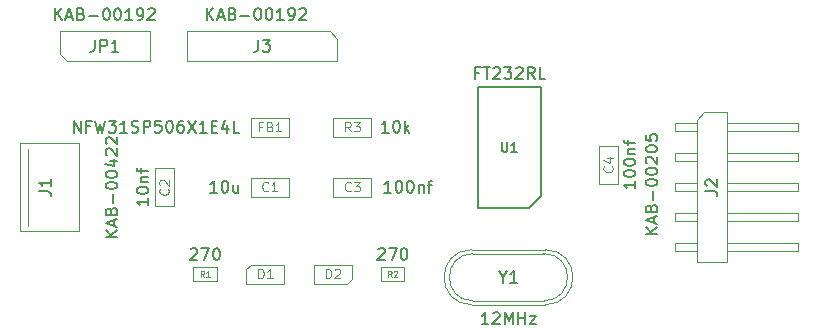
<source format=gbr>
%TF.GenerationSoftware,KiCad,Pcbnew,5.1.6-c6e7f7d~86~ubuntu18.04.1*%
%TF.CreationDate,2020-05-25T18:48:25+02:00*%
%TF.ProjectId,ft232rl_converter_v2,66743233-3272-46c5-9f63-6f6e76657274,1.0*%
%TF.SameCoordinates,PX4d83c00PY525bfc0*%
%TF.FileFunction,Other,Fab,Top*%
%FSLAX46Y46*%
G04 Gerber Fmt 4.6, Leading zero omitted, Abs format (unit mm)*
G04 Created by KiCad (PCBNEW 5.1.6-c6e7f7d~86~ubuntu18.04.1) date 2020-05-25 18:48:25*
%MOMM*%
%LPD*%
G01*
G04 APERTURE LIST*
%ADD10C,0.100000*%
%ADD11C,0.150000*%
%ADD12C,0.120000*%
%ADD13C,0.080000*%
G04 APERTURE END LIST*
D10*
%TO.C,J1*%
X-810000Y8950000D02*
X-810000Y16450000D01*
X4190000Y8950000D02*
X-810000Y8950000D01*
X4190000Y16450000D02*
X4190000Y8950000D01*
X-810000Y16450000D02*
X4190000Y16450000D01*
X-110000Y15950000D02*
X-110000Y9450000D01*
%TO.C,C1*%
X21920000Y13500000D02*
X21920000Y11900000D01*
X21920000Y11900000D02*
X18720000Y11900000D01*
X18720000Y11900000D02*
X18720000Y13500000D01*
X18720000Y13500000D02*
X21920000Y13500000D01*
%TO.C,C2*%
X10630000Y14300000D02*
X12230000Y14300000D01*
X12230000Y14300000D02*
X12230000Y11100000D01*
X12230000Y11100000D02*
X10630000Y11100000D01*
X10630000Y11100000D02*
X10630000Y14300000D01*
%TO.C,C3*%
X25705000Y11900000D02*
X25705000Y13500000D01*
X25705000Y13500000D02*
X28905000Y13500000D01*
X28905000Y13500000D02*
X28905000Y11900000D01*
X28905000Y11900000D02*
X25705000Y11900000D01*
%TO.C,C4*%
X49822000Y13005000D02*
X48222000Y13005000D01*
X48222000Y13005000D02*
X48222000Y16205000D01*
X48222000Y16205000D02*
X49822000Y16205000D01*
X49822000Y16205000D02*
X49822000Y13005000D01*
%TO.C,D1*%
X21539000Y6134000D02*
X18739000Y6134000D01*
X18739000Y6134000D02*
X18339000Y5734000D01*
X18339000Y5734000D02*
X18339000Y4534000D01*
X18339000Y4534000D02*
X21539000Y4534000D01*
X21539000Y4534000D02*
X21539000Y6134000D01*
%TO.C,D2*%
X24054000Y4534000D02*
X26854000Y4534000D01*
X26854000Y4534000D02*
X27254000Y4934000D01*
X27254000Y4934000D02*
X27254000Y6134000D01*
X27254000Y6134000D02*
X24054000Y6134000D01*
X24054000Y6134000D02*
X24054000Y4534000D01*
%TO.C,FB1*%
X21920000Y18580000D02*
X21920000Y16980000D01*
X21920000Y16980000D02*
X18720000Y16980000D01*
X18720000Y16980000D02*
X18720000Y18580000D01*
X18720000Y18580000D02*
X21920000Y18580000D01*
%TO.C,J2*%
X57126000Y19050000D02*
X59031000Y19050000D01*
X59031000Y19050000D02*
X59031000Y6350000D01*
X59031000Y6350000D02*
X56491000Y6350000D01*
X56491000Y6350000D02*
X56491000Y18415000D01*
X56491000Y18415000D02*
X57126000Y19050000D01*
X54671000Y18100000D02*
X56491000Y18100000D01*
X54671000Y18100000D02*
X54671000Y17460000D01*
X54671000Y17460000D02*
X56491000Y17460000D01*
X59031000Y18100000D02*
X65031000Y18100000D01*
X65031000Y18100000D02*
X65031000Y17460000D01*
X59031000Y17460000D02*
X65031000Y17460000D01*
X54671000Y15560000D02*
X56491000Y15560000D01*
X54671000Y15560000D02*
X54671000Y14920000D01*
X54671000Y14920000D02*
X56491000Y14920000D01*
X59031000Y15560000D02*
X65031000Y15560000D01*
X65031000Y15560000D02*
X65031000Y14920000D01*
X59031000Y14920000D02*
X65031000Y14920000D01*
X54671000Y13020000D02*
X56491000Y13020000D01*
X54671000Y13020000D02*
X54671000Y12380000D01*
X54671000Y12380000D02*
X56491000Y12380000D01*
X59031000Y13020000D02*
X65031000Y13020000D01*
X65031000Y13020000D02*
X65031000Y12380000D01*
X59031000Y12380000D02*
X65031000Y12380000D01*
X54671000Y10480000D02*
X56491000Y10480000D01*
X54671000Y10480000D02*
X54671000Y9840000D01*
X54671000Y9840000D02*
X56491000Y9840000D01*
X59031000Y10480000D02*
X65031000Y10480000D01*
X65031000Y10480000D02*
X65031000Y9840000D01*
X59031000Y9840000D02*
X65031000Y9840000D01*
X54671000Y7940000D02*
X56491000Y7940000D01*
X54671000Y7940000D02*
X54671000Y7300000D01*
X54671000Y7300000D02*
X56491000Y7300000D01*
X59031000Y7940000D02*
X65031000Y7940000D01*
X65031000Y7940000D02*
X65031000Y7300000D01*
X59031000Y7300000D02*
X65031000Y7300000D01*
%TO.C,J3*%
X26035000Y25273000D02*
X26035000Y23368000D01*
X26035000Y23368000D02*
X13335000Y23368000D01*
X13335000Y23368000D02*
X13335000Y25908000D01*
X13335000Y25908000D02*
X25400000Y25908000D01*
X25400000Y25908000D02*
X26035000Y25273000D01*
%TO.C,JP1*%
X2540000Y24003000D02*
X2540000Y25908000D01*
X2540000Y25908000D02*
X10160000Y25908000D01*
X10160000Y25908000D02*
X10160000Y23368000D01*
X10160000Y23368000D02*
X3175000Y23368000D01*
X3175000Y23368000D02*
X2540000Y24003000D01*
%TO.C,R1*%
X15859000Y5934000D02*
X15859000Y4734000D01*
X15859000Y4734000D02*
X13859000Y4734000D01*
X13859000Y4734000D02*
X13859000Y5934000D01*
X13859000Y5934000D02*
X15859000Y5934000D01*
%TO.C,R2*%
X29734000Y4734000D02*
X29734000Y5934000D01*
X29734000Y5934000D02*
X31734000Y5934000D01*
X31734000Y5934000D02*
X31734000Y4734000D01*
X31734000Y4734000D02*
X29734000Y4734000D01*
%TO.C,R3*%
X25705000Y16980000D02*
X25705000Y18580000D01*
X25705000Y18580000D02*
X28905000Y18580000D01*
X28905000Y18580000D02*
X28905000Y16980000D01*
X28905000Y16980000D02*
X25705000Y16980000D01*
D11*
%TO.C,U1*%
X42255000Y10965000D02*
X37955000Y10965000D01*
X37955000Y10965000D02*
X37955000Y21165000D01*
X37955000Y21165000D02*
X43255000Y21165000D01*
X43255000Y21165000D02*
X43255000Y11965000D01*
X43255000Y11965000D02*
X42255000Y10965000D01*
D10*
%TO.C,Y1*%
X37415000Y7405000D02*
X43665000Y7405000D01*
X37415000Y2755000D02*
X43665000Y2755000D01*
X37540000Y7080000D02*
X43540000Y7080000D01*
X37540000Y3080000D02*
X43540000Y3080000D01*
X43540000Y3080000D02*
G75*
G03*
X43540000Y7080000I0J2000000D01*
G01*
X37540000Y3080000D02*
G75*
G02*
X37540000Y7080000I0J2000000D01*
G01*
X43665000Y2755000D02*
G75*
G03*
X43665000Y7405000I0J2325000D01*
G01*
X37415000Y2755000D02*
G75*
G02*
X37415000Y7405000I0J2325000D01*
G01*
%TD*%
%TO.C,J1*%
D11*
X7437380Y8509524D02*
X6437380Y8509524D01*
X7437380Y9080953D02*
X6865952Y8652381D01*
X6437380Y9080953D02*
X7008809Y8509524D01*
X7151666Y9461905D02*
X7151666Y9938096D01*
X7437380Y9366667D02*
X6437380Y9700000D01*
X7437380Y10033334D01*
X6913571Y10700000D02*
X6961190Y10842858D01*
X7008809Y10890477D01*
X7104047Y10938096D01*
X7246904Y10938096D01*
X7342142Y10890477D01*
X7389761Y10842858D01*
X7437380Y10747620D01*
X7437380Y10366667D01*
X6437380Y10366667D01*
X6437380Y10700000D01*
X6485000Y10795239D01*
X6532619Y10842858D01*
X6627857Y10890477D01*
X6723095Y10890477D01*
X6818333Y10842858D01*
X6865952Y10795239D01*
X6913571Y10700000D01*
X6913571Y10366667D01*
X7056428Y11366667D02*
X7056428Y12128572D01*
X6437380Y12795239D02*
X6437380Y12890477D01*
X6485000Y12985715D01*
X6532619Y13033334D01*
X6627857Y13080953D01*
X6818333Y13128572D01*
X7056428Y13128572D01*
X7246904Y13080953D01*
X7342142Y13033334D01*
X7389761Y12985715D01*
X7437380Y12890477D01*
X7437380Y12795239D01*
X7389761Y12700000D01*
X7342142Y12652381D01*
X7246904Y12604762D01*
X7056428Y12557143D01*
X6818333Y12557143D01*
X6627857Y12604762D01*
X6532619Y12652381D01*
X6485000Y12700000D01*
X6437380Y12795239D01*
X6437380Y13747620D02*
X6437380Y13842858D01*
X6485000Y13938096D01*
X6532619Y13985715D01*
X6627857Y14033334D01*
X6818333Y14080953D01*
X7056428Y14080953D01*
X7246904Y14033334D01*
X7342142Y13985715D01*
X7389761Y13938096D01*
X7437380Y13842858D01*
X7437380Y13747620D01*
X7389761Y13652381D01*
X7342142Y13604762D01*
X7246904Y13557143D01*
X7056428Y13509524D01*
X6818333Y13509524D01*
X6627857Y13557143D01*
X6532619Y13604762D01*
X6485000Y13652381D01*
X6437380Y13747620D01*
X6770714Y14938096D02*
X7437380Y14938096D01*
X6389761Y14700000D02*
X7104047Y14461905D01*
X7104047Y15080953D01*
X6532619Y15414286D02*
X6485000Y15461905D01*
X6437380Y15557143D01*
X6437380Y15795239D01*
X6485000Y15890477D01*
X6532619Y15938096D01*
X6627857Y15985715D01*
X6723095Y15985715D01*
X6865952Y15938096D01*
X7437380Y15366667D01*
X7437380Y15985715D01*
X6532619Y16366667D02*
X6485000Y16414286D01*
X6437380Y16509524D01*
X6437380Y16747620D01*
X6485000Y16842858D01*
X6532619Y16890477D01*
X6627857Y16938096D01*
X6723095Y16938096D01*
X6865952Y16890477D01*
X7437380Y16319048D01*
X7437380Y16938096D01*
X792380Y12366667D02*
X1506666Y12366667D01*
X1649523Y12319048D01*
X1744761Y12223810D01*
X1792380Y12080953D01*
X1792380Y11985715D01*
X1792380Y13366667D02*
X1792380Y12795239D01*
X1792380Y13080953D02*
X792380Y13080953D01*
X935238Y12985715D01*
X1030476Y12890477D01*
X1078095Y12795239D01*
%TO.C,C1*%
X15867142Y12247620D02*
X15295714Y12247620D01*
X15581428Y12247620D02*
X15581428Y13247620D01*
X15486190Y13104762D01*
X15390952Y13009524D01*
X15295714Y12961905D01*
X16486190Y13247620D02*
X16581428Y13247620D01*
X16676666Y13200000D01*
X16724285Y13152381D01*
X16771904Y13057143D01*
X16819523Y12866667D01*
X16819523Y12628572D01*
X16771904Y12438096D01*
X16724285Y12342858D01*
X16676666Y12295239D01*
X16581428Y12247620D01*
X16486190Y12247620D01*
X16390952Y12295239D01*
X16343333Y12342858D01*
X16295714Y12438096D01*
X16248095Y12628572D01*
X16248095Y12866667D01*
X16295714Y13057143D01*
X16343333Y13152381D01*
X16390952Y13200000D01*
X16486190Y13247620D01*
X17676666Y12914286D02*
X17676666Y12247620D01*
X17248095Y12914286D02*
X17248095Y12390477D01*
X17295714Y12295239D01*
X17390952Y12247620D01*
X17533809Y12247620D01*
X17629047Y12295239D01*
X17676666Y12342858D01*
D12*
X20186666Y12414286D02*
X20148571Y12376191D01*
X20034285Y12338096D01*
X19958095Y12338096D01*
X19843809Y12376191D01*
X19767619Y12452381D01*
X19729523Y12528572D01*
X19691428Y12680953D01*
X19691428Y12795239D01*
X19729523Y12947620D01*
X19767619Y13023810D01*
X19843809Y13100000D01*
X19958095Y13138096D01*
X20034285Y13138096D01*
X20148571Y13100000D01*
X20186666Y13061905D01*
X20948571Y12338096D02*
X20491428Y12338096D01*
X20720000Y12338096D02*
X20720000Y13138096D01*
X20643809Y13023810D01*
X20567619Y12947620D01*
X20491428Y12909524D01*
%TO.C,C2*%
D11*
X10062380Y11771429D02*
X10062380Y11200000D01*
X10062380Y11485715D02*
X9062380Y11485715D01*
X9205238Y11390477D01*
X9300476Y11295239D01*
X9348095Y11200000D01*
X9062380Y12390477D02*
X9062380Y12485715D01*
X9110000Y12580953D01*
X9157619Y12628572D01*
X9252857Y12676191D01*
X9443333Y12723810D01*
X9681428Y12723810D01*
X9871904Y12676191D01*
X9967142Y12628572D01*
X10014761Y12580953D01*
X10062380Y12485715D01*
X10062380Y12390477D01*
X10014761Y12295239D01*
X9967142Y12247620D01*
X9871904Y12200000D01*
X9681428Y12152381D01*
X9443333Y12152381D01*
X9252857Y12200000D01*
X9157619Y12247620D01*
X9110000Y12295239D01*
X9062380Y12390477D01*
X9395714Y13152381D02*
X10062380Y13152381D01*
X9490952Y13152381D02*
X9443333Y13200000D01*
X9395714Y13295239D01*
X9395714Y13438096D01*
X9443333Y13533334D01*
X9538571Y13580953D01*
X10062380Y13580953D01*
X9395714Y13914286D02*
X9395714Y14295239D01*
X10062380Y14057143D02*
X9205238Y14057143D01*
X9110000Y14104762D01*
X9062380Y14200000D01*
X9062380Y14295239D01*
D12*
X11715714Y12566667D02*
X11753809Y12528572D01*
X11791904Y12414286D01*
X11791904Y12338096D01*
X11753809Y12223810D01*
X11677619Y12147620D01*
X11601428Y12109524D01*
X11449047Y12071429D01*
X11334761Y12071429D01*
X11182380Y12109524D01*
X11106190Y12147620D01*
X11030000Y12223810D01*
X10991904Y12338096D01*
X10991904Y12414286D01*
X11030000Y12528572D01*
X11068095Y12566667D01*
X11068095Y12871429D02*
X11030000Y12909524D01*
X10991904Y12985715D01*
X10991904Y13176191D01*
X11030000Y13252381D01*
X11068095Y13290477D01*
X11144285Y13328572D01*
X11220476Y13328572D01*
X11334761Y13290477D01*
X11791904Y12833334D01*
X11791904Y13328572D01*
%TO.C,C3*%
D11*
X30599238Y12247620D02*
X30027809Y12247620D01*
X30313523Y12247620D02*
X30313523Y13247620D01*
X30218285Y13104762D01*
X30123047Y13009524D01*
X30027809Y12961905D01*
X31218285Y13247620D02*
X31313523Y13247620D01*
X31408761Y13200000D01*
X31456380Y13152381D01*
X31504000Y13057143D01*
X31551619Y12866667D01*
X31551619Y12628572D01*
X31504000Y12438096D01*
X31456380Y12342858D01*
X31408761Y12295239D01*
X31313523Y12247620D01*
X31218285Y12247620D01*
X31123047Y12295239D01*
X31075428Y12342858D01*
X31027809Y12438096D01*
X30980190Y12628572D01*
X30980190Y12866667D01*
X31027809Y13057143D01*
X31075428Y13152381D01*
X31123047Y13200000D01*
X31218285Y13247620D01*
X32170666Y13247620D02*
X32265904Y13247620D01*
X32361142Y13200000D01*
X32408761Y13152381D01*
X32456380Y13057143D01*
X32504000Y12866667D01*
X32504000Y12628572D01*
X32456380Y12438096D01*
X32408761Y12342858D01*
X32361142Y12295239D01*
X32265904Y12247620D01*
X32170666Y12247620D01*
X32075428Y12295239D01*
X32027809Y12342858D01*
X31980190Y12438096D01*
X31932571Y12628572D01*
X31932571Y12866667D01*
X31980190Y13057143D01*
X32027809Y13152381D01*
X32075428Y13200000D01*
X32170666Y13247620D01*
X32932571Y12914286D02*
X32932571Y12247620D01*
X32932571Y12819048D02*
X32980190Y12866667D01*
X33075428Y12914286D01*
X33218285Y12914286D01*
X33313523Y12866667D01*
X33361142Y12771429D01*
X33361142Y12247620D01*
X33694476Y12914286D02*
X34075428Y12914286D01*
X33837333Y12247620D02*
X33837333Y13104762D01*
X33884952Y13200000D01*
X33980190Y13247620D01*
X34075428Y13247620D01*
D12*
X27171666Y12414286D02*
X27133571Y12376191D01*
X27019285Y12338096D01*
X26943095Y12338096D01*
X26828809Y12376191D01*
X26752619Y12452381D01*
X26714523Y12528572D01*
X26676428Y12680953D01*
X26676428Y12795239D01*
X26714523Y12947620D01*
X26752619Y13023810D01*
X26828809Y13100000D01*
X26943095Y13138096D01*
X27019285Y13138096D01*
X27133571Y13100000D01*
X27171666Y13061905D01*
X27438333Y13138096D02*
X27933571Y13138096D01*
X27666904Y12833334D01*
X27781190Y12833334D01*
X27857380Y12795239D01*
X27895476Y12757143D01*
X27933571Y12680953D01*
X27933571Y12490477D01*
X27895476Y12414286D01*
X27857380Y12376191D01*
X27781190Y12338096D01*
X27552619Y12338096D01*
X27476428Y12376191D01*
X27438333Y12414286D01*
%TO.C,C4*%
D11*
X51294380Y13200239D02*
X51294380Y12628810D01*
X51294380Y12914524D02*
X50294380Y12914524D01*
X50437238Y12819286D01*
X50532476Y12724048D01*
X50580095Y12628810D01*
X50294380Y13819286D02*
X50294380Y13914524D01*
X50342000Y14009762D01*
X50389619Y14057381D01*
X50484857Y14105000D01*
X50675333Y14152620D01*
X50913428Y14152620D01*
X51103904Y14105000D01*
X51199142Y14057381D01*
X51246761Y14009762D01*
X51294380Y13914524D01*
X51294380Y13819286D01*
X51246761Y13724048D01*
X51199142Y13676429D01*
X51103904Y13628810D01*
X50913428Y13581191D01*
X50675333Y13581191D01*
X50484857Y13628810D01*
X50389619Y13676429D01*
X50342000Y13724048D01*
X50294380Y13819286D01*
X50294380Y14771667D02*
X50294380Y14866905D01*
X50342000Y14962143D01*
X50389619Y15009762D01*
X50484857Y15057381D01*
X50675333Y15105000D01*
X50913428Y15105000D01*
X51103904Y15057381D01*
X51199142Y15009762D01*
X51246761Y14962143D01*
X51294380Y14866905D01*
X51294380Y14771667D01*
X51246761Y14676429D01*
X51199142Y14628810D01*
X51103904Y14581191D01*
X50913428Y14533572D01*
X50675333Y14533572D01*
X50484857Y14581191D01*
X50389619Y14628810D01*
X50342000Y14676429D01*
X50294380Y14771667D01*
X50627714Y15533572D02*
X51294380Y15533572D01*
X50722952Y15533572D02*
X50675333Y15581191D01*
X50627714Y15676429D01*
X50627714Y15819286D01*
X50675333Y15914524D01*
X50770571Y15962143D01*
X51294380Y15962143D01*
X50627714Y16295477D02*
X50627714Y16676429D01*
X51294380Y16438334D02*
X50437238Y16438334D01*
X50342000Y16485953D01*
X50294380Y16581191D01*
X50294380Y16676429D01*
D12*
X49307714Y14471667D02*
X49345809Y14433572D01*
X49383904Y14319286D01*
X49383904Y14243096D01*
X49345809Y14128810D01*
X49269619Y14052620D01*
X49193428Y14014524D01*
X49041047Y13976429D01*
X48926761Y13976429D01*
X48774380Y14014524D01*
X48698190Y14052620D01*
X48622000Y14128810D01*
X48583904Y14243096D01*
X48583904Y14319286D01*
X48622000Y14433572D01*
X48660095Y14471667D01*
X48850571Y15157381D02*
X49383904Y15157381D01*
X48545809Y14966905D02*
X49117238Y14776429D01*
X49117238Y15271667D01*
%TO.C,D1*%
X19348523Y4972096D02*
X19348523Y5772096D01*
X19539000Y5772096D01*
X19653285Y5734000D01*
X19729476Y5657810D01*
X19767571Y5581620D01*
X19805666Y5429239D01*
X19805666Y5314953D01*
X19767571Y5162572D01*
X19729476Y5086381D01*
X19653285Y5010191D01*
X19539000Y4972096D01*
X19348523Y4972096D01*
X20567571Y4972096D02*
X20110428Y4972096D01*
X20339000Y4972096D02*
X20339000Y5772096D01*
X20262809Y5657810D01*
X20186619Y5581620D01*
X20110428Y5543524D01*
%TO.C,D2*%
X25063523Y4972096D02*
X25063523Y5772096D01*
X25254000Y5772096D01*
X25368285Y5734000D01*
X25444476Y5657810D01*
X25482571Y5581620D01*
X25520666Y5429239D01*
X25520666Y5314953D01*
X25482571Y5162572D01*
X25444476Y5086381D01*
X25368285Y5010191D01*
X25254000Y4972096D01*
X25063523Y4972096D01*
X25825428Y5695905D02*
X25863523Y5734000D01*
X25939714Y5772096D01*
X26130190Y5772096D01*
X26206380Y5734000D01*
X26244476Y5695905D01*
X26282571Y5619715D01*
X26282571Y5543524D01*
X26244476Y5429239D01*
X25787333Y4972096D01*
X26282571Y4972096D01*
%TO.C,FB1*%
D11*
X3739428Y17327620D02*
X3739428Y18327620D01*
X4310857Y17327620D01*
X4310857Y18327620D01*
X5120380Y17851429D02*
X4787047Y17851429D01*
X4787047Y17327620D02*
X4787047Y18327620D01*
X5263238Y18327620D01*
X5548952Y18327620D02*
X5787047Y17327620D01*
X5977523Y18041905D01*
X6168000Y17327620D01*
X6406095Y18327620D01*
X6691809Y18327620D02*
X7310857Y18327620D01*
X6977523Y17946667D01*
X7120380Y17946667D01*
X7215619Y17899048D01*
X7263238Y17851429D01*
X7310857Y17756191D01*
X7310857Y17518096D01*
X7263238Y17422858D01*
X7215619Y17375239D01*
X7120380Y17327620D01*
X6834666Y17327620D01*
X6739428Y17375239D01*
X6691809Y17422858D01*
X8263238Y17327620D02*
X7691809Y17327620D01*
X7977523Y17327620D02*
X7977523Y18327620D01*
X7882285Y18184762D01*
X7787047Y18089524D01*
X7691809Y18041905D01*
X8644190Y17375239D02*
X8787047Y17327620D01*
X9025142Y17327620D01*
X9120380Y17375239D01*
X9168000Y17422858D01*
X9215619Y17518096D01*
X9215619Y17613334D01*
X9168000Y17708572D01*
X9120380Y17756191D01*
X9025142Y17803810D01*
X8834666Y17851429D01*
X8739428Y17899048D01*
X8691809Y17946667D01*
X8644190Y18041905D01*
X8644190Y18137143D01*
X8691809Y18232381D01*
X8739428Y18280000D01*
X8834666Y18327620D01*
X9072761Y18327620D01*
X9215619Y18280000D01*
X9644190Y17327620D02*
X9644190Y18327620D01*
X10025142Y18327620D01*
X10120380Y18280000D01*
X10168000Y18232381D01*
X10215619Y18137143D01*
X10215619Y17994286D01*
X10168000Y17899048D01*
X10120380Y17851429D01*
X10025142Y17803810D01*
X9644190Y17803810D01*
X11120380Y18327620D02*
X10644190Y18327620D01*
X10596571Y17851429D01*
X10644190Y17899048D01*
X10739428Y17946667D01*
X10977523Y17946667D01*
X11072761Y17899048D01*
X11120380Y17851429D01*
X11168000Y17756191D01*
X11168000Y17518096D01*
X11120380Y17422858D01*
X11072761Y17375239D01*
X10977523Y17327620D01*
X10739428Y17327620D01*
X10644190Y17375239D01*
X10596571Y17422858D01*
X11787047Y18327620D02*
X11882285Y18327620D01*
X11977523Y18280000D01*
X12025142Y18232381D01*
X12072761Y18137143D01*
X12120380Y17946667D01*
X12120380Y17708572D01*
X12072761Y17518096D01*
X12025142Y17422858D01*
X11977523Y17375239D01*
X11882285Y17327620D01*
X11787047Y17327620D01*
X11691809Y17375239D01*
X11644190Y17422858D01*
X11596571Y17518096D01*
X11548952Y17708572D01*
X11548952Y17946667D01*
X11596571Y18137143D01*
X11644190Y18232381D01*
X11691809Y18280000D01*
X11787047Y18327620D01*
X12977523Y18327620D02*
X12787047Y18327620D01*
X12691809Y18280000D01*
X12644190Y18232381D01*
X12548952Y18089524D01*
X12501333Y17899048D01*
X12501333Y17518096D01*
X12548952Y17422858D01*
X12596571Y17375239D01*
X12691809Y17327620D01*
X12882285Y17327620D01*
X12977523Y17375239D01*
X13025142Y17422858D01*
X13072761Y17518096D01*
X13072761Y17756191D01*
X13025142Y17851429D01*
X12977523Y17899048D01*
X12882285Y17946667D01*
X12691809Y17946667D01*
X12596571Y17899048D01*
X12548952Y17851429D01*
X12501333Y17756191D01*
X13406095Y18327620D02*
X14072761Y17327620D01*
X14072761Y18327620D02*
X13406095Y17327620D01*
X14977523Y17327620D02*
X14406095Y17327620D01*
X14691809Y17327620D02*
X14691809Y18327620D01*
X14596571Y18184762D01*
X14501333Y18089524D01*
X14406095Y18041905D01*
X15406095Y17851429D02*
X15739428Y17851429D01*
X15882285Y17327620D02*
X15406095Y17327620D01*
X15406095Y18327620D01*
X15882285Y18327620D01*
X16739428Y17994286D02*
X16739428Y17327620D01*
X16501333Y18375239D02*
X16263238Y17660953D01*
X16882285Y17660953D01*
X17739428Y17327620D02*
X17263238Y17327620D01*
X17263238Y18327620D01*
D12*
X19653333Y17837143D02*
X19386666Y17837143D01*
X19386666Y17418096D02*
X19386666Y18218096D01*
X19767619Y18218096D01*
X20339047Y17837143D02*
X20453333Y17799048D01*
X20491428Y17760953D01*
X20529523Y17684762D01*
X20529523Y17570477D01*
X20491428Y17494286D01*
X20453333Y17456191D01*
X20377142Y17418096D01*
X20072380Y17418096D01*
X20072380Y18218096D01*
X20339047Y18218096D01*
X20415238Y18180000D01*
X20453333Y18141905D01*
X20491428Y18065715D01*
X20491428Y17989524D01*
X20453333Y17913334D01*
X20415238Y17875239D01*
X20339047Y17837143D01*
X20072380Y17837143D01*
X21291428Y17418096D02*
X20834285Y17418096D01*
X21062857Y17418096D02*
X21062857Y18218096D01*
X20986666Y18103810D01*
X20910476Y18027620D01*
X20834285Y17989524D01*
%TO.C,J2*%
D11*
X53157380Y8763524D02*
X52157380Y8763524D01*
X53157380Y9334953D02*
X52585952Y8906381D01*
X52157380Y9334953D02*
X52728809Y8763524D01*
X52871666Y9715905D02*
X52871666Y10192096D01*
X53157380Y9620667D02*
X52157380Y9954000D01*
X53157380Y10287334D01*
X52633571Y10954000D02*
X52681190Y11096858D01*
X52728809Y11144477D01*
X52824047Y11192096D01*
X52966904Y11192096D01*
X53062142Y11144477D01*
X53109761Y11096858D01*
X53157380Y11001620D01*
X53157380Y10620667D01*
X52157380Y10620667D01*
X52157380Y10954000D01*
X52205000Y11049239D01*
X52252619Y11096858D01*
X52347857Y11144477D01*
X52443095Y11144477D01*
X52538333Y11096858D01*
X52585952Y11049239D01*
X52633571Y10954000D01*
X52633571Y10620667D01*
X52776428Y11620667D02*
X52776428Y12382572D01*
X52157380Y13049239D02*
X52157380Y13144477D01*
X52205000Y13239715D01*
X52252619Y13287334D01*
X52347857Y13334953D01*
X52538333Y13382572D01*
X52776428Y13382572D01*
X52966904Y13334953D01*
X53062142Y13287334D01*
X53109761Y13239715D01*
X53157380Y13144477D01*
X53157380Y13049239D01*
X53109761Y12954000D01*
X53062142Y12906381D01*
X52966904Y12858762D01*
X52776428Y12811143D01*
X52538333Y12811143D01*
X52347857Y12858762D01*
X52252619Y12906381D01*
X52205000Y12954000D01*
X52157380Y13049239D01*
X52157380Y14001620D02*
X52157380Y14096858D01*
X52205000Y14192096D01*
X52252619Y14239715D01*
X52347857Y14287334D01*
X52538333Y14334953D01*
X52776428Y14334953D01*
X52966904Y14287334D01*
X53062142Y14239715D01*
X53109761Y14192096D01*
X53157380Y14096858D01*
X53157380Y14001620D01*
X53109761Y13906381D01*
X53062142Y13858762D01*
X52966904Y13811143D01*
X52776428Y13763524D01*
X52538333Y13763524D01*
X52347857Y13811143D01*
X52252619Y13858762D01*
X52205000Y13906381D01*
X52157380Y14001620D01*
X52252619Y14715905D02*
X52205000Y14763524D01*
X52157380Y14858762D01*
X52157380Y15096858D01*
X52205000Y15192096D01*
X52252619Y15239715D01*
X52347857Y15287334D01*
X52443095Y15287334D01*
X52585952Y15239715D01*
X53157380Y14668286D01*
X53157380Y15287334D01*
X52157380Y15906381D02*
X52157380Y16001620D01*
X52205000Y16096858D01*
X52252619Y16144477D01*
X52347857Y16192096D01*
X52538333Y16239715D01*
X52776428Y16239715D01*
X52966904Y16192096D01*
X53062142Y16144477D01*
X53109761Y16096858D01*
X53157380Y16001620D01*
X53157380Y15906381D01*
X53109761Y15811143D01*
X53062142Y15763524D01*
X52966904Y15715905D01*
X52776428Y15668286D01*
X52538333Y15668286D01*
X52347857Y15715905D01*
X52252619Y15763524D01*
X52205000Y15811143D01*
X52157380Y15906381D01*
X52157380Y17144477D02*
X52157380Y16668286D01*
X52633571Y16620667D01*
X52585952Y16668286D01*
X52538333Y16763524D01*
X52538333Y17001620D01*
X52585952Y17096858D01*
X52633571Y17144477D01*
X52728809Y17192096D01*
X52966904Y17192096D01*
X53062142Y17144477D01*
X53109761Y17096858D01*
X53157380Y17001620D01*
X53157380Y16763524D01*
X53109761Y16668286D01*
X53062142Y16620667D01*
X57213380Y12366667D02*
X57927666Y12366667D01*
X58070523Y12319048D01*
X58165761Y12223810D01*
X58213380Y12080953D01*
X58213380Y11985715D01*
X57308619Y12795239D02*
X57261000Y12842858D01*
X57213380Y12938096D01*
X57213380Y13176191D01*
X57261000Y13271429D01*
X57308619Y13319048D01*
X57403857Y13366667D01*
X57499095Y13366667D01*
X57641952Y13319048D01*
X58213380Y12747620D01*
X58213380Y13366667D01*
%TO.C,J3*%
X14986523Y26852620D02*
X14986523Y27852620D01*
X15557952Y26852620D02*
X15129380Y27424048D01*
X15557952Y27852620D02*
X14986523Y27281191D01*
X15938904Y27138334D02*
X16415095Y27138334D01*
X15843666Y26852620D02*
X16177000Y27852620D01*
X16510333Y26852620D01*
X17177000Y27376429D02*
X17319857Y27328810D01*
X17367476Y27281191D01*
X17415095Y27185953D01*
X17415095Y27043096D01*
X17367476Y26947858D01*
X17319857Y26900239D01*
X17224619Y26852620D01*
X16843666Y26852620D01*
X16843666Y27852620D01*
X17177000Y27852620D01*
X17272238Y27805000D01*
X17319857Y27757381D01*
X17367476Y27662143D01*
X17367476Y27566905D01*
X17319857Y27471667D01*
X17272238Y27424048D01*
X17177000Y27376429D01*
X16843666Y27376429D01*
X17843666Y27233572D02*
X18605571Y27233572D01*
X19272238Y27852620D02*
X19367476Y27852620D01*
X19462714Y27805000D01*
X19510333Y27757381D01*
X19557952Y27662143D01*
X19605571Y27471667D01*
X19605571Y27233572D01*
X19557952Y27043096D01*
X19510333Y26947858D01*
X19462714Y26900239D01*
X19367476Y26852620D01*
X19272238Y26852620D01*
X19177000Y26900239D01*
X19129380Y26947858D01*
X19081761Y27043096D01*
X19034142Y27233572D01*
X19034142Y27471667D01*
X19081761Y27662143D01*
X19129380Y27757381D01*
X19177000Y27805000D01*
X19272238Y27852620D01*
X20224619Y27852620D02*
X20319857Y27852620D01*
X20415095Y27805000D01*
X20462714Y27757381D01*
X20510333Y27662143D01*
X20557952Y27471667D01*
X20557952Y27233572D01*
X20510333Y27043096D01*
X20462714Y26947858D01*
X20415095Y26900239D01*
X20319857Y26852620D01*
X20224619Y26852620D01*
X20129380Y26900239D01*
X20081761Y26947858D01*
X20034142Y27043096D01*
X19986523Y27233572D01*
X19986523Y27471667D01*
X20034142Y27662143D01*
X20081761Y27757381D01*
X20129380Y27805000D01*
X20224619Y27852620D01*
X21510333Y26852620D02*
X20938904Y26852620D01*
X21224619Y26852620D02*
X21224619Y27852620D01*
X21129380Y27709762D01*
X21034142Y27614524D01*
X20938904Y27566905D01*
X21986523Y26852620D02*
X22177000Y26852620D01*
X22272238Y26900239D01*
X22319857Y26947858D01*
X22415095Y27090715D01*
X22462714Y27281191D01*
X22462714Y27662143D01*
X22415095Y27757381D01*
X22367476Y27805000D01*
X22272238Y27852620D01*
X22081761Y27852620D01*
X21986523Y27805000D01*
X21938904Y27757381D01*
X21891285Y27662143D01*
X21891285Y27424048D01*
X21938904Y27328810D01*
X21986523Y27281191D01*
X22081761Y27233572D01*
X22272238Y27233572D01*
X22367476Y27281191D01*
X22415095Y27328810D01*
X22462714Y27424048D01*
X22843666Y27757381D02*
X22891285Y27805000D01*
X22986523Y27852620D01*
X23224619Y27852620D01*
X23319857Y27805000D01*
X23367476Y27757381D01*
X23415095Y27662143D01*
X23415095Y27566905D01*
X23367476Y27424048D01*
X22796047Y26852620D01*
X23415095Y26852620D01*
X19351666Y25185620D02*
X19351666Y24471334D01*
X19304047Y24328477D01*
X19208809Y24233239D01*
X19065952Y24185620D01*
X18970714Y24185620D01*
X19732619Y25185620D02*
X20351666Y25185620D01*
X20018333Y24804667D01*
X20161190Y24804667D01*
X20256428Y24757048D01*
X20304047Y24709429D01*
X20351666Y24614191D01*
X20351666Y24376096D01*
X20304047Y24280858D01*
X20256428Y24233239D01*
X20161190Y24185620D01*
X19875476Y24185620D01*
X19780238Y24233239D01*
X19732619Y24280858D01*
%TO.C,JP1*%
X2159523Y26852620D02*
X2159523Y27852620D01*
X2730952Y26852620D02*
X2302380Y27424048D01*
X2730952Y27852620D02*
X2159523Y27281191D01*
X3111904Y27138334D02*
X3588095Y27138334D01*
X3016666Y26852620D02*
X3350000Y27852620D01*
X3683333Y26852620D01*
X4350000Y27376429D02*
X4492857Y27328810D01*
X4540476Y27281191D01*
X4588095Y27185953D01*
X4588095Y27043096D01*
X4540476Y26947858D01*
X4492857Y26900239D01*
X4397619Y26852620D01*
X4016666Y26852620D01*
X4016666Y27852620D01*
X4350000Y27852620D01*
X4445238Y27805000D01*
X4492857Y27757381D01*
X4540476Y27662143D01*
X4540476Y27566905D01*
X4492857Y27471667D01*
X4445238Y27424048D01*
X4350000Y27376429D01*
X4016666Y27376429D01*
X5016666Y27233572D02*
X5778571Y27233572D01*
X6445238Y27852620D02*
X6540476Y27852620D01*
X6635714Y27805000D01*
X6683333Y27757381D01*
X6730952Y27662143D01*
X6778571Y27471667D01*
X6778571Y27233572D01*
X6730952Y27043096D01*
X6683333Y26947858D01*
X6635714Y26900239D01*
X6540476Y26852620D01*
X6445238Y26852620D01*
X6350000Y26900239D01*
X6302380Y26947858D01*
X6254761Y27043096D01*
X6207142Y27233572D01*
X6207142Y27471667D01*
X6254761Y27662143D01*
X6302380Y27757381D01*
X6350000Y27805000D01*
X6445238Y27852620D01*
X7397619Y27852620D02*
X7492857Y27852620D01*
X7588095Y27805000D01*
X7635714Y27757381D01*
X7683333Y27662143D01*
X7730952Y27471667D01*
X7730952Y27233572D01*
X7683333Y27043096D01*
X7635714Y26947858D01*
X7588095Y26900239D01*
X7492857Y26852620D01*
X7397619Y26852620D01*
X7302380Y26900239D01*
X7254761Y26947858D01*
X7207142Y27043096D01*
X7159523Y27233572D01*
X7159523Y27471667D01*
X7207142Y27662143D01*
X7254761Y27757381D01*
X7302380Y27805000D01*
X7397619Y27852620D01*
X8683333Y26852620D02*
X8111904Y26852620D01*
X8397619Y26852620D02*
X8397619Y27852620D01*
X8302380Y27709762D01*
X8207142Y27614524D01*
X8111904Y27566905D01*
X9159523Y26852620D02*
X9350000Y26852620D01*
X9445238Y26900239D01*
X9492857Y26947858D01*
X9588095Y27090715D01*
X9635714Y27281191D01*
X9635714Y27662143D01*
X9588095Y27757381D01*
X9540476Y27805000D01*
X9445238Y27852620D01*
X9254761Y27852620D01*
X9159523Y27805000D01*
X9111904Y27757381D01*
X9064285Y27662143D01*
X9064285Y27424048D01*
X9111904Y27328810D01*
X9159523Y27281191D01*
X9254761Y27233572D01*
X9445238Y27233572D01*
X9540476Y27281191D01*
X9588095Y27328810D01*
X9635714Y27424048D01*
X10016666Y27757381D02*
X10064285Y27805000D01*
X10159523Y27852620D01*
X10397619Y27852620D01*
X10492857Y27805000D01*
X10540476Y27757381D01*
X10588095Y27662143D01*
X10588095Y27566905D01*
X10540476Y27424048D01*
X9969047Y26852620D01*
X10588095Y26852620D01*
X5516666Y25185620D02*
X5516666Y24471334D01*
X5469047Y24328477D01*
X5373809Y24233239D01*
X5230952Y24185620D01*
X5135714Y24185620D01*
X5992857Y24185620D02*
X5992857Y25185620D01*
X6373809Y25185620D01*
X6469047Y25138000D01*
X6516666Y25090381D01*
X6564285Y24995143D01*
X6564285Y24852286D01*
X6516666Y24757048D01*
X6469047Y24709429D01*
X6373809Y24661810D01*
X5992857Y24661810D01*
X7516666Y24185620D02*
X6945238Y24185620D01*
X7230952Y24185620D02*
X7230952Y25185620D01*
X7135714Y25042762D01*
X7040476Y24947524D01*
X6945238Y24899905D01*
%TO.C,R1*%
X13620904Y7436381D02*
X13668523Y7484000D01*
X13763761Y7531620D01*
X14001857Y7531620D01*
X14097095Y7484000D01*
X14144714Y7436381D01*
X14192333Y7341143D01*
X14192333Y7245905D01*
X14144714Y7103048D01*
X13573285Y6531620D01*
X14192333Y6531620D01*
X14525666Y7531620D02*
X15192333Y7531620D01*
X14763761Y6531620D01*
X15763761Y7531620D02*
X15859000Y7531620D01*
X15954238Y7484000D01*
X16001857Y7436381D01*
X16049476Y7341143D01*
X16097095Y7150667D01*
X16097095Y6912572D01*
X16049476Y6722096D01*
X16001857Y6626858D01*
X15954238Y6579239D01*
X15859000Y6531620D01*
X15763761Y6531620D01*
X15668523Y6579239D01*
X15620904Y6626858D01*
X15573285Y6722096D01*
X15525666Y6912572D01*
X15525666Y7150667D01*
X15573285Y7341143D01*
X15620904Y7436381D01*
X15668523Y7484000D01*
X15763761Y7531620D01*
D13*
X14775666Y5107810D02*
X14609000Y5345905D01*
X14489952Y5107810D02*
X14489952Y5607810D01*
X14680428Y5607810D01*
X14728047Y5584000D01*
X14751857Y5560191D01*
X14775666Y5512572D01*
X14775666Y5441143D01*
X14751857Y5393524D01*
X14728047Y5369715D01*
X14680428Y5345905D01*
X14489952Y5345905D01*
X15251857Y5107810D02*
X14966142Y5107810D01*
X15109000Y5107810D02*
X15109000Y5607810D01*
X15061380Y5536381D01*
X15013761Y5488762D01*
X14966142Y5464953D01*
%TO.C,R2*%
D11*
X29495904Y7437381D02*
X29543523Y7485000D01*
X29638761Y7532620D01*
X29876857Y7532620D01*
X29972095Y7485000D01*
X30019714Y7437381D01*
X30067333Y7342143D01*
X30067333Y7246905D01*
X30019714Y7104048D01*
X29448285Y6532620D01*
X30067333Y6532620D01*
X30400666Y7532620D02*
X31067333Y7532620D01*
X30638761Y6532620D01*
X31638761Y7532620D02*
X31734000Y7532620D01*
X31829238Y7485000D01*
X31876857Y7437381D01*
X31924476Y7342143D01*
X31972095Y7151667D01*
X31972095Y6913572D01*
X31924476Y6723096D01*
X31876857Y6627858D01*
X31829238Y6580239D01*
X31734000Y6532620D01*
X31638761Y6532620D01*
X31543523Y6580239D01*
X31495904Y6627858D01*
X31448285Y6723096D01*
X31400666Y6913572D01*
X31400666Y7151667D01*
X31448285Y7342143D01*
X31495904Y7437381D01*
X31543523Y7485000D01*
X31638761Y7532620D01*
D13*
X30650666Y5107810D02*
X30484000Y5345905D01*
X30364952Y5107810D02*
X30364952Y5607810D01*
X30555428Y5607810D01*
X30603047Y5584000D01*
X30626857Y5560191D01*
X30650666Y5512572D01*
X30650666Y5441143D01*
X30626857Y5393524D01*
X30603047Y5369715D01*
X30555428Y5345905D01*
X30364952Y5345905D01*
X30841142Y5560191D02*
X30864952Y5584000D01*
X30912571Y5607810D01*
X31031619Y5607810D01*
X31079238Y5584000D01*
X31103047Y5560191D01*
X31126857Y5512572D01*
X31126857Y5464953D01*
X31103047Y5393524D01*
X30817333Y5107810D01*
X31126857Y5107810D01*
%TO.C,R3*%
D11*
X30392761Y17327620D02*
X29821333Y17327620D01*
X30107047Y17327620D02*
X30107047Y18327620D01*
X30011809Y18184762D01*
X29916571Y18089524D01*
X29821333Y18041905D01*
X31011809Y18327620D02*
X31107047Y18327620D01*
X31202285Y18280000D01*
X31249904Y18232381D01*
X31297523Y18137143D01*
X31345142Y17946667D01*
X31345142Y17708572D01*
X31297523Y17518096D01*
X31249904Y17422858D01*
X31202285Y17375239D01*
X31107047Y17327620D01*
X31011809Y17327620D01*
X30916571Y17375239D01*
X30868952Y17422858D01*
X30821333Y17518096D01*
X30773714Y17708572D01*
X30773714Y17946667D01*
X30821333Y18137143D01*
X30868952Y18232381D01*
X30916571Y18280000D01*
X31011809Y18327620D01*
X31773714Y17327620D02*
X31773714Y18327620D01*
X31868952Y17708572D02*
X32154666Y17327620D01*
X32154666Y17994286D02*
X31773714Y17613334D01*
D12*
X27171666Y17418096D02*
X26905000Y17799048D01*
X26714523Y17418096D02*
X26714523Y18218096D01*
X27019285Y18218096D01*
X27095476Y18180000D01*
X27133571Y18141905D01*
X27171666Y18065715D01*
X27171666Y17951429D01*
X27133571Y17875239D01*
X27095476Y17837143D01*
X27019285Y17799048D01*
X26714523Y17799048D01*
X27438333Y18218096D02*
X27933571Y18218096D01*
X27666904Y17913334D01*
X27781190Y17913334D01*
X27857380Y17875239D01*
X27895476Y17837143D01*
X27933571Y17760953D01*
X27933571Y17570477D01*
X27895476Y17494286D01*
X27857380Y17456191D01*
X27781190Y17418096D01*
X27552619Y17418096D01*
X27476428Y17456191D01*
X27438333Y17494286D01*
%TO.C,U1*%
D11*
X38033571Y22386429D02*
X37700238Y22386429D01*
X37700238Y21862620D02*
X37700238Y22862620D01*
X38176428Y22862620D01*
X38414523Y22862620D02*
X38985952Y22862620D01*
X38700238Y21862620D02*
X38700238Y22862620D01*
X39271666Y22767381D02*
X39319285Y22815000D01*
X39414523Y22862620D01*
X39652619Y22862620D01*
X39747857Y22815000D01*
X39795476Y22767381D01*
X39843095Y22672143D01*
X39843095Y22576905D01*
X39795476Y22434048D01*
X39224047Y21862620D01*
X39843095Y21862620D01*
X40176428Y22862620D02*
X40795476Y22862620D01*
X40462142Y22481667D01*
X40605000Y22481667D01*
X40700238Y22434048D01*
X40747857Y22386429D01*
X40795476Y22291191D01*
X40795476Y22053096D01*
X40747857Y21957858D01*
X40700238Y21910239D01*
X40605000Y21862620D01*
X40319285Y21862620D01*
X40224047Y21910239D01*
X40176428Y21957858D01*
X41176428Y22767381D02*
X41224047Y22815000D01*
X41319285Y22862620D01*
X41557380Y22862620D01*
X41652619Y22815000D01*
X41700238Y22767381D01*
X41747857Y22672143D01*
X41747857Y22576905D01*
X41700238Y22434048D01*
X41128809Y21862620D01*
X41747857Y21862620D01*
X42747857Y21862620D02*
X42414523Y22338810D01*
X42176428Y21862620D02*
X42176428Y22862620D01*
X42557380Y22862620D01*
X42652619Y22815000D01*
X42700238Y22767381D01*
X42747857Y22672143D01*
X42747857Y22529286D01*
X42700238Y22434048D01*
X42652619Y22386429D01*
X42557380Y22338810D01*
X42176428Y22338810D01*
X43652619Y21862620D02*
X43176428Y21862620D01*
X43176428Y22862620D01*
X39995476Y16503096D02*
X39995476Y15855477D01*
X40033571Y15779286D01*
X40071666Y15741191D01*
X40147857Y15703096D01*
X40300238Y15703096D01*
X40376428Y15741191D01*
X40414523Y15779286D01*
X40452619Y15855477D01*
X40452619Y16503096D01*
X41252619Y15703096D02*
X40795476Y15703096D01*
X41024047Y15703096D02*
X41024047Y16503096D01*
X40947857Y16388810D01*
X40871666Y16312620D01*
X40795476Y16274524D01*
%TO.C,Y1*%
X38849523Y1102620D02*
X38278095Y1102620D01*
X38563809Y1102620D02*
X38563809Y2102620D01*
X38468571Y1959762D01*
X38373333Y1864524D01*
X38278095Y1816905D01*
X39230476Y2007381D02*
X39278095Y2055000D01*
X39373333Y2102620D01*
X39611428Y2102620D01*
X39706666Y2055000D01*
X39754285Y2007381D01*
X39801904Y1912143D01*
X39801904Y1816905D01*
X39754285Y1674048D01*
X39182857Y1102620D01*
X39801904Y1102620D01*
X40230476Y1102620D02*
X40230476Y2102620D01*
X40563809Y1388334D01*
X40897142Y2102620D01*
X40897142Y1102620D01*
X41373333Y1102620D02*
X41373333Y2102620D01*
X41373333Y1626429D02*
X41944761Y1626429D01*
X41944761Y1102620D02*
X41944761Y2102620D01*
X42325714Y1769286D02*
X42849523Y1769286D01*
X42325714Y1102620D01*
X42849523Y1102620D01*
X40063809Y5103810D02*
X40063809Y4627620D01*
X39730476Y5627620D02*
X40063809Y5103810D01*
X40397142Y5627620D01*
X41254285Y4627620D02*
X40682857Y4627620D01*
X40968571Y4627620D02*
X40968571Y5627620D01*
X40873333Y5484762D01*
X40778095Y5389524D01*
X40682857Y5341905D01*
%TD*%
M02*

</source>
